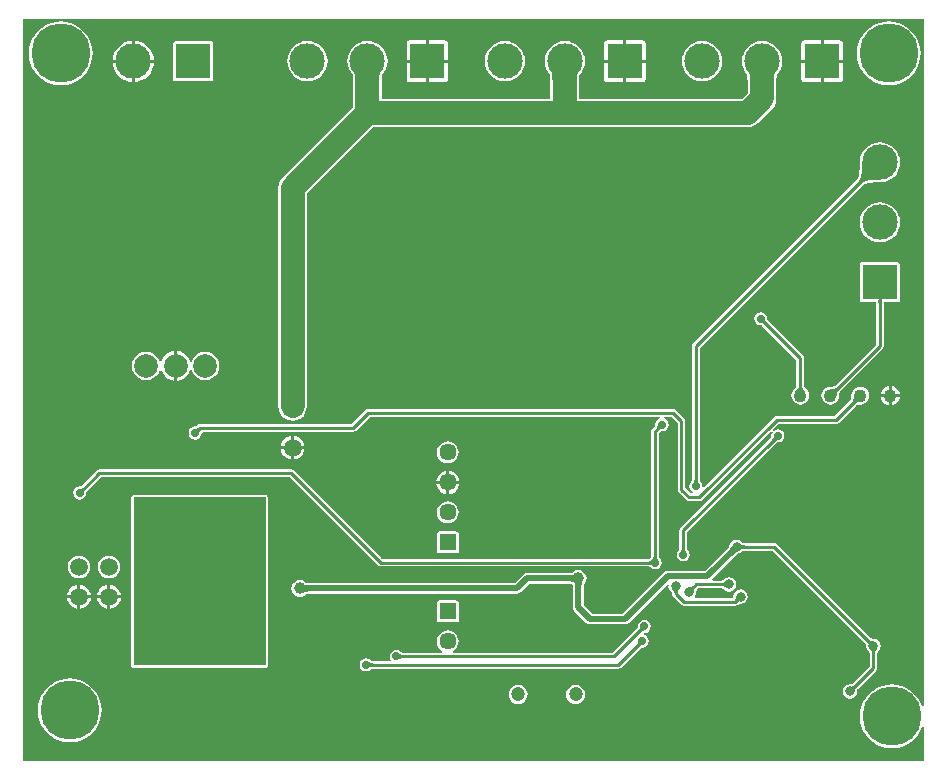
<source format=gbl>
G04 Layer_Physical_Order=2*
G04 Layer_Color=16711680*
%FSLAX25Y25*%
%MOIN*%
G70*
G01*
G75*
%ADD30C,0.07874*%
%ADD31C,0.00984*%
%ADD32C,0.01968*%
%ADD35R,0.11811X0.11811*%
%ADD36C,0.11811*%
%ADD37C,0.05709*%
%ADD38R,0.05709X0.05709*%
%ADD39C,0.05905*%
%ADD40R,0.05905X0.05905*%
%ADD41C,0.07874*%
%ADD42C,0.04724*%
%ADD43R,0.11811X0.11811*%
%ADD44C,0.04331*%
%ADD45C,0.19685*%
%ADD46C,0.02756*%
%ADD47C,0.03150*%
%ADD48C,0.03937*%
%ADD49R,0.44000X0.56000*%
G36*
X-1405Y18505D02*
X-1905Y18406D01*
X-2499Y19841D01*
X-3374Y21267D01*
X-4460Y22540D01*
X-5733Y23626D01*
X-7159Y24501D01*
X-8705Y25141D01*
X-10332Y25532D01*
X-12000Y25663D01*
X-13668Y25532D01*
X-15295Y25141D01*
X-16841Y24501D01*
X-18267Y23626D01*
X-19540Y22540D01*
X-20626Y21267D01*
X-21501Y19841D01*
X-22141Y18295D01*
X-22532Y16668D01*
X-22663Y15000D01*
X-22532Y13332D01*
X-22141Y11705D01*
X-21501Y10159D01*
X-20626Y8733D01*
X-19540Y7460D01*
X-18267Y6374D01*
X-16841Y5499D01*
X-15295Y4859D01*
X-13668Y4468D01*
X-12000Y4337D01*
X-10332Y4468D01*
X-8705Y4859D01*
X-7159Y5499D01*
X-5733Y6374D01*
X-4460Y7460D01*
X-3374Y8733D01*
X-2499Y10159D01*
X-1905Y11594D01*
X-1405Y11495D01*
Y0D01*
X-301745D01*
Y247595D01*
X-1405D01*
Y18505D01*
D02*
G37*
%LPC*%
G36*
X-159500Y96822D02*
Y93500D01*
X-156178D01*
X-156245Y94006D01*
X-156633Y94944D01*
X-157251Y95749D01*
X-158056Y96367D01*
X-158994Y96755D01*
X-159500Y96822D01*
D02*
G37*
G36*
X-160500D02*
X-161006Y96755D01*
X-161944Y96367D01*
X-162749Y95749D01*
X-163367Y94944D01*
X-163755Y94006D01*
X-163822Y93500D01*
X-160500D01*
Y96822D01*
D02*
G37*
G36*
X-212200Y104110D02*
X-215621D01*
X-215551Y103578D01*
X-215153Y102617D01*
X-214519Y101791D01*
X-213693Y101157D01*
X-212732Y100759D01*
X-212200Y100689D01*
Y104110D01*
D02*
G37*
G36*
X-160000Y106673D02*
X-160951Y106548D01*
X-161837Y106181D01*
X-162597Y105597D01*
X-163181Y104837D01*
X-163548Y103951D01*
X-163673Y103000D01*
X-163548Y102049D01*
X-163181Y101163D01*
X-162597Y100403D01*
X-161837Y99819D01*
X-160951Y99452D01*
X-160000Y99327D01*
X-159049Y99452D01*
X-158163Y99819D01*
X-157403Y100403D01*
X-156819Y101163D01*
X-156452Y102049D01*
X-156327Y103000D01*
X-156452Y103951D01*
X-156819Y104837D01*
X-157403Y105597D01*
X-158163Y106181D01*
X-159049Y106548D01*
X-160000Y106673D01*
D02*
G37*
G36*
Y86673D02*
X-160951Y86548D01*
X-161837Y86181D01*
X-162597Y85597D01*
X-163181Y84837D01*
X-163548Y83951D01*
X-163673Y83000D01*
X-163548Y82049D01*
X-163181Y81163D01*
X-162597Y80403D01*
X-161837Y79819D01*
X-160951Y79452D01*
X-160000Y79327D01*
X-159049Y79452D01*
X-158163Y79819D01*
X-157403Y80403D01*
X-156819Y81163D01*
X-156452Y82049D01*
X-156327Y83000D01*
X-156452Y83951D01*
X-156819Y84837D01*
X-157403Y85597D01*
X-158163Y86181D01*
X-159049Y86548D01*
X-160000Y86673D01*
D02*
G37*
G36*
X-157146Y76657D02*
X-162854D01*
X-163162Y76596D01*
X-163422Y76422D01*
X-163596Y76162D01*
X-163657Y75854D01*
Y70146D01*
X-163596Y69838D01*
X-163422Y69578D01*
X-163162Y69404D01*
X-162854Y69343D01*
X-157146D01*
X-156838Y69404D01*
X-156578Y69578D01*
X-156404Y69838D01*
X-156343Y70146D01*
Y75854D01*
X-156404Y76162D01*
X-156578Y76422D01*
X-156838Y76596D01*
X-157146Y76657D01*
D02*
G37*
G36*
X-156178Y92500D02*
X-159500D01*
Y89178D01*
X-158994Y89245D01*
X-158056Y89633D01*
X-157251Y90251D01*
X-156633Y91056D01*
X-156245Y91994D01*
X-156178Y92500D01*
D02*
G37*
G36*
X-160500D02*
X-163822D01*
X-163755Y91994D01*
X-163367Y91056D01*
X-162749Y90251D01*
X-161944Y89633D01*
X-161006Y89245D01*
X-160500Y89178D01*
Y92500D01*
D02*
G37*
G36*
X-55700Y149808D02*
X-56545Y149640D01*
X-57261Y149161D01*
X-57740Y148445D01*
X-57908Y147600D01*
X-57740Y146755D01*
X-57261Y146039D01*
X-56545Y145560D01*
X-55700Y145392D01*
X-55587Y145415D01*
X-55543Y145410D01*
X-55484Y145399D01*
X-55429Y145385D01*
X-55377Y145366D01*
X-55327Y145343D01*
X-55277Y145314D01*
X-55226Y145280D01*
X-55220Y145275D01*
X-43805Y133860D01*
Y125208D01*
X-43817Y125139D01*
X-43845Y125038D01*
X-43890Y124925D01*
X-43952Y124800D01*
X-44035Y124663D01*
X-44131Y124524D01*
X-44417Y124185D01*
X-44548Y124050D01*
X-44606Y124006D01*
X-45079Y123389D01*
X-45377Y122671D01*
X-45478Y121900D01*
X-45377Y121129D01*
X-45079Y120411D01*
X-44606Y119794D01*
X-43989Y119321D01*
X-43271Y119023D01*
X-42500Y118922D01*
X-41729Y119023D01*
X-41011Y119321D01*
X-40394Y119794D01*
X-39921Y120411D01*
X-39623Y121129D01*
X-39522Y121900D01*
X-39623Y122671D01*
X-39921Y123389D01*
X-40394Y124006D01*
X-40452Y124050D01*
X-40591Y124193D01*
X-40738Y124358D01*
X-40862Y124515D01*
X-40965Y124663D01*
X-41048Y124800D01*
X-41110Y124925D01*
X-41155Y125038D01*
X-41183Y125139D01*
X-41195Y125208D01*
Y134400D01*
X-41295Y134899D01*
X-41578Y135322D01*
X-53375Y147120D01*
X-53380Y147126D01*
X-53414Y147177D01*
X-53443Y147227D01*
X-53466Y147277D01*
X-53485Y147329D01*
X-53499Y147384D01*
X-53510Y147443D01*
X-53515Y147487D01*
X-53492Y147600D01*
X-53660Y148445D01*
X-54139Y149161D01*
X-54855Y149640D01*
X-55700Y149808D01*
D02*
G37*
G36*
X-9373Y121400D02*
X-12000D01*
Y118773D01*
X-11674Y118816D01*
X-10904Y119135D01*
X-10242Y119642D01*
X-9735Y120304D01*
X-9416Y121074D01*
X-9373Y121400D01*
D02*
G37*
G36*
X-12000Y125027D02*
Y122400D01*
X-9373D01*
X-9416Y122726D01*
X-9735Y123496D01*
X-10242Y124158D01*
X-10904Y124665D01*
X-11674Y124984D01*
X-12000Y125027D01*
D02*
G37*
G36*
X-13000D02*
X-13326Y124984D01*
X-14096Y124665D01*
X-14758Y124158D01*
X-15265Y123496D01*
X-15584Y122726D01*
X-15627Y122400D01*
X-13000D01*
Y125027D01*
D02*
G37*
G36*
X-212200Y108531D02*
X-212732Y108461D01*
X-213693Y108063D01*
X-214519Y107429D01*
X-215153Y106604D01*
X-215551Y105642D01*
X-215621Y105110D01*
X-212200D01*
Y108531D01*
D02*
G37*
G36*
X-207779Y104110D02*
X-211200D01*
Y100689D01*
X-210668Y100759D01*
X-209707Y101157D01*
X-208881Y101791D01*
X-208247Y102617D01*
X-207849Y103578D01*
X-207779Y104110D01*
D02*
G37*
G36*
X-13000Y121400D02*
X-15627D01*
X-15584Y121074D01*
X-15265Y120304D01*
X-14758Y119642D01*
X-14096Y119135D01*
X-13326Y118816D01*
X-13000Y118773D01*
Y121400D01*
D02*
G37*
G36*
X-211200Y108531D02*
Y105110D01*
X-207779D01*
X-207849Y105642D01*
X-208247Y106604D01*
X-208881Y107429D01*
X-209707Y108063D01*
X-210668Y108461D01*
X-211200Y108531D01*
D02*
G37*
G36*
X-272940Y68635D02*
X-273917Y68506D01*
X-274826Y68129D01*
X-275608Y67530D01*
X-276207Y66748D01*
X-276584Y65839D01*
X-276713Y64862D01*
X-276584Y63886D01*
X-276207Y62976D01*
X-275608Y62195D01*
X-274826Y61595D01*
X-273917Y61218D01*
X-272940Y61090D01*
X-271964Y61218D01*
X-271054Y61595D01*
X-270273Y62195D01*
X-269673Y62976D01*
X-269296Y63886D01*
X-269168Y64862D01*
X-269296Y65839D01*
X-269673Y66748D01*
X-270273Y67530D01*
X-271054Y68129D01*
X-271964Y68506D01*
X-272940Y68635D01*
D02*
G37*
G36*
X-94500Y47208D02*
X-95345Y47040D01*
X-96061Y46561D01*
X-96540Y45845D01*
X-96708Y45000D01*
X-96685Y44887D01*
X-96690Y44843D01*
X-96701Y44784D01*
X-96715Y44729D01*
X-96734Y44677D01*
X-96757Y44627D01*
X-96786Y44577D01*
X-96820Y44526D01*
X-96825Y44520D01*
X-105040Y36305D01*
X-158099D01*
X-158198Y36805D01*
X-158163Y36819D01*
X-157403Y37403D01*
X-156819Y38163D01*
X-156452Y39049D01*
X-156327Y40000D01*
X-156452Y40951D01*
X-156819Y41837D01*
X-157403Y42597D01*
X-158163Y43181D01*
X-159049Y43548D01*
X-160000Y43673D01*
X-160951Y43548D01*
X-161837Y43181D01*
X-162597Y42597D01*
X-163181Y41837D01*
X-163548Y40951D01*
X-163673Y40000D01*
X-163548Y39049D01*
X-163181Y38163D01*
X-162597Y37403D01*
X-161837Y36819D01*
X-161802Y36805D01*
X-161901Y36305D01*
X-175117D01*
X-175125Y36305D01*
X-175185Y36317D01*
X-175240Y36332D01*
X-175292Y36352D01*
X-175342Y36375D01*
X-175391Y36403D01*
X-175441Y36437D01*
X-175475Y36465D01*
X-175539Y36561D01*
X-176255Y37040D01*
X-177100Y37208D01*
X-177945Y37040D01*
X-178661Y36561D01*
X-179140Y35845D01*
X-179308Y35000D01*
X-179140Y34155D01*
X-179000Y33946D01*
X-179235Y33505D01*
X-185217D01*
X-185224Y33505D01*
X-185284Y33517D01*
X-185340Y33532D01*
X-185392Y33552D01*
X-185442Y33575D01*
X-185491Y33603D01*
X-185541Y33637D01*
X-185575Y33665D01*
X-185639Y33761D01*
X-186355Y34240D01*
X-187200Y34408D01*
X-188045Y34240D01*
X-188761Y33761D01*
X-189240Y33045D01*
X-189408Y32200D01*
X-189240Y31355D01*
X-188761Y30639D01*
X-188045Y30160D01*
X-187200Y29992D01*
X-186355Y30160D01*
X-185639Y30639D01*
X-185575Y30735D01*
X-185541Y30763D01*
X-185491Y30797D01*
X-185442Y30825D01*
X-185392Y30848D01*
X-185340Y30868D01*
X-185284Y30883D01*
X-185224Y30895D01*
X-185217Y30895D01*
X-103100D01*
X-102601Y30995D01*
X-102178Y31277D01*
X-95680Y37775D01*
X-95674Y37780D01*
X-95623Y37814D01*
X-95573Y37843D01*
X-95523Y37866D01*
X-95471Y37885D01*
X-95416Y37899D01*
X-95357Y37910D01*
X-95313Y37915D01*
X-95200Y37892D01*
X-94355Y38060D01*
X-93639Y38539D01*
X-93160Y39255D01*
X-92992Y40100D01*
X-93160Y40945D01*
X-93639Y41661D01*
X-94355Y42140D01*
X-94418Y42152D01*
X-94447Y42184D01*
X-94599Y42698D01*
X-94549Y42759D01*
X-94500Y42792D01*
X-93655Y42960D01*
X-92939Y43439D01*
X-92460Y44155D01*
X-92292Y45000D01*
X-92460Y45845D01*
X-92939Y46561D01*
X-93655Y47040D01*
X-94500Y47208D01*
D02*
G37*
G36*
X-220700Y88803D02*
X-264700D01*
X-265007Y88742D01*
X-265268Y88568D01*
X-265442Y88307D01*
X-265503Y88000D01*
Y32000D01*
X-265442Y31693D01*
X-265268Y31432D01*
X-265007Y31258D01*
X-264700Y31197D01*
X-220700D01*
X-220393Y31258D01*
X-220132Y31432D01*
X-219958Y31693D01*
X-219897Y32000D01*
Y88000D01*
X-219958Y88307D01*
X-220132Y88568D01*
X-220393Y88742D01*
X-220700Y88803D01*
D02*
G37*
G36*
X-283440Y54362D02*
X-286861D01*
X-286791Y53830D01*
X-286393Y52869D01*
X-285759Y52043D01*
X-284934Y51410D01*
X-283972Y51011D01*
X-283440Y50941D01*
Y54362D01*
D02*
G37*
G36*
X-157146Y53657D02*
X-162854D01*
X-163162Y53596D01*
X-163422Y53422D01*
X-163596Y53162D01*
X-163657Y52854D01*
Y47146D01*
X-163596Y46838D01*
X-163422Y46578D01*
X-163162Y46404D01*
X-162854Y46343D01*
X-157146D01*
X-156838Y46404D01*
X-156578Y46578D01*
X-156404Y46838D01*
X-156343Y47146D01*
Y52854D01*
X-156404Y53162D01*
X-156578Y53422D01*
X-156838Y53596D01*
X-157146Y53657D01*
D02*
G37*
G36*
X-136575Y25519D02*
X-137397Y25411D01*
X-138163Y25094D01*
X-138821Y24589D01*
X-139326Y23931D01*
X-139643Y23165D01*
X-139752Y22343D01*
X-139643Y21520D01*
X-139326Y20754D01*
X-138821Y20096D01*
X-138163Y19591D01*
X-137397Y19274D01*
X-136575Y19166D01*
X-135753Y19274D01*
X-134986Y19591D01*
X-134328Y20096D01*
X-133824Y20754D01*
X-133506Y21520D01*
X-133398Y22343D01*
X-133506Y23165D01*
X-133824Y23931D01*
X-134328Y24589D01*
X-134986Y25094D01*
X-135753Y25411D01*
X-136575Y25519D01*
D02*
G37*
G36*
X-286000Y27663D02*
X-287668Y27531D01*
X-289295Y27141D01*
X-290841Y26501D01*
X-292267Y25626D01*
X-293540Y24540D01*
X-294626Y23267D01*
X-295501Y21841D01*
X-296141Y20295D01*
X-296532Y18668D01*
X-296663Y17000D01*
X-296532Y15332D01*
X-296141Y13705D01*
X-295501Y12159D01*
X-294626Y10733D01*
X-293540Y9460D01*
X-292267Y8374D01*
X-290841Y7499D01*
X-289295Y6859D01*
X-287668Y6469D01*
X-286000Y6337D01*
X-284332Y6469D01*
X-282705Y6859D01*
X-281159Y7499D01*
X-279733Y8374D01*
X-278460Y9460D01*
X-277374Y10733D01*
X-276499Y12159D01*
X-275859Y13705D01*
X-275468Y15332D01*
X-275337Y17000D01*
X-275468Y18668D01*
X-275859Y20295D01*
X-276499Y21841D01*
X-277374Y23267D01*
X-278460Y24540D01*
X-279733Y25626D01*
X-281159Y26501D01*
X-282705Y27141D01*
X-284332Y27531D01*
X-286000Y27663D01*
D02*
G37*
G36*
X-63747Y73955D02*
X-64668Y73772D01*
X-65450Y73250D01*
X-65972Y72468D01*
X-66114Y71752D01*
X-66253Y71595D01*
X-74238Y63609D01*
X-86597D01*
X-87288Y63472D01*
X-87874Y63080D01*
X-101648Y49306D01*
X-111752D01*
X-114694Y52248D01*
Y58513D01*
X-114684Y58600D01*
X-114664Y58722D01*
X-114641Y58824D01*
X-114617Y58903D01*
X-114593Y58961D01*
X-114574Y58998D01*
X-114566Y59011D01*
X-114534Y59035D01*
X-114093Y59610D01*
X-113815Y60281D01*
X-113720Y61000D01*
X-113815Y61719D01*
X-114093Y62390D01*
X-114534Y62966D01*
X-115110Y63407D01*
X-115781Y63685D01*
X-116500Y63780D01*
X-117219Y63685D01*
X-117890Y63407D01*
X-118465Y62966D01*
X-118489Y62934D01*
X-118502Y62926D01*
X-118539Y62907D01*
X-118596Y62883D01*
X-118676Y62859D01*
X-118778Y62836D01*
X-118891Y62817D01*
X-119022Y62806D01*
X-133600D01*
X-134291Y62669D01*
X-134877Y62277D01*
X-137695Y59460D01*
X-206867D01*
X-206953Y59469D01*
X-207075Y59489D01*
X-207177Y59512D01*
X-207257Y59537D01*
X-207315Y59560D01*
X-207351Y59579D01*
X-207364Y59588D01*
X-207388Y59619D01*
X-207964Y60061D01*
X-208634Y60338D01*
X-209353Y60433D01*
X-210073Y60338D01*
X-210743Y60061D01*
X-211319Y59619D01*
X-211761Y59043D01*
X-212038Y58373D01*
X-212133Y57653D01*
X-212038Y56934D01*
X-211761Y56264D01*
X-211319Y55688D01*
X-210743Y55246D01*
X-210073Y54969D01*
X-209353Y54874D01*
X-208634Y54969D01*
X-207964Y55246D01*
X-207388Y55688D01*
X-207364Y55719D01*
X-207351Y55728D01*
X-207315Y55747D01*
X-207257Y55770D01*
X-207177Y55795D01*
X-207075Y55818D01*
X-206963Y55836D01*
X-206832Y55847D01*
X-136946D01*
X-136255Y55985D01*
X-135669Y56376D01*
X-132852Y59194D01*
X-118987D01*
X-118900Y59184D01*
X-118778Y59165D01*
X-118676Y59141D01*
X-118596Y59117D01*
X-118539Y59093D01*
X-118502Y59074D01*
X-118489Y59066D01*
X-118465Y59035D01*
X-118435Y59011D01*
X-118426Y58998D01*
X-118407Y58961D01*
X-118383Y58903D01*
X-118359Y58824D01*
X-118335Y58722D01*
X-118317Y58609D01*
X-118306Y58478D01*
Y51500D01*
X-118169Y50809D01*
X-117777Y50223D01*
X-113777Y46223D01*
X-113191Y45831D01*
X-112500Y45694D01*
X-100900D01*
X-100209Y45831D01*
X-99623Y46223D01*
X-86872Y58973D01*
X-86411Y58727D01*
X-86465Y58457D01*
X-86282Y57535D01*
X-85760Y56754D01*
X-85627Y56665D01*
X-85615Y56653D01*
X-85554Y56581D01*
X-85503Y56512D01*
X-85461Y56445D01*
X-85427Y56378D01*
X-85401Y56312D01*
X-85380Y56243D01*
X-85365Y56172D01*
X-85361Y56143D01*
Y55957D01*
X-85262Y55457D01*
X-84979Y55034D01*
X-82222Y52277D01*
X-81799Y51995D01*
X-81300Y51895D01*
X-64100D01*
X-63601Y51995D01*
X-63178Y52277D01*
X-63061Y52394D01*
X-63040Y52411D01*
X-62977Y52456D01*
X-62921Y52488D01*
X-62873Y52512D01*
X-62831Y52527D01*
X-62794Y52536D01*
X-62761Y52541D01*
X-62728Y52542D01*
X-62652Y52536D01*
X-62636Y52539D01*
X-62400Y52491D01*
X-61478Y52675D01*
X-60697Y53197D01*
X-60175Y53978D01*
X-59992Y54900D01*
X-60175Y55822D01*
X-60697Y56603D01*
X-61478Y57125D01*
X-62400Y57309D01*
X-63322Y57125D01*
X-64103Y56603D01*
X-64625Y55822D01*
X-64808Y54900D01*
X-65197Y54518D01*
X-65241Y54505D01*
X-77553D01*
X-77725Y55005D01*
X-77275Y55678D01*
X-77091Y56600D01*
X-77120Y56741D01*
X-77111Y56847D01*
X-77096Y56943D01*
X-77075Y57029D01*
X-77050Y57107D01*
X-77021Y57177D01*
X-76988Y57240D01*
X-76951Y57300D01*
X-76934Y57321D01*
X-76560Y57695D01*
X-68624D01*
X-68598Y57692D01*
X-68529Y57677D01*
X-68460Y57655D01*
X-68390Y57626D01*
X-68318Y57589D01*
X-68243Y57542D01*
X-68164Y57485D01*
X-68083Y57417D01*
X-68003Y57297D01*
X-67222Y56775D01*
X-66300Y56591D01*
X-65378Y56775D01*
X-64597Y57297D01*
X-64075Y58078D01*
X-63892Y59000D01*
X-64075Y59922D01*
X-64597Y60703D01*
X-65378Y61225D01*
X-66300Y61409D01*
X-67222Y61225D01*
X-68003Y60703D01*
X-68083Y60583D01*
X-68164Y60515D01*
X-68243Y60458D01*
X-68318Y60411D01*
X-68390Y60374D01*
X-68460Y60345D01*
X-68529Y60323D01*
X-68598Y60308D01*
X-68624Y60305D01*
X-71727D01*
X-71934Y60805D01*
X-63606Y69132D01*
X-63555Y69176D01*
X-62825Y69321D01*
X-62043Y69843D01*
X-61963Y69963D01*
X-61882Y70031D01*
X-61804Y70089D01*
X-61728Y70135D01*
X-61656Y70173D01*
X-61586Y70202D01*
X-61517Y70223D01*
X-61456Y70237D01*
X-61381Y70242D01*
X-51687D01*
X-20666Y39221D01*
X-20650Y39200D01*
X-20612Y39140D01*
X-20579Y39077D01*
X-20550Y39007D01*
X-20525Y38929D01*
X-20504Y38843D01*
X-20489Y38747D01*
X-20480Y38641D01*
X-20508Y38500D01*
X-20325Y37578D01*
X-19803Y36797D01*
X-19683Y36717D01*
X-19615Y36636D01*
X-19558Y36557D01*
X-19511Y36482D01*
X-19474Y36410D01*
X-19445Y36340D01*
X-19423Y36271D01*
X-19408Y36202D01*
X-19405Y36176D01*
Y31740D01*
X-25226Y25919D01*
X-25247Y25903D01*
X-25306Y25865D01*
X-25370Y25832D01*
X-25440Y25803D01*
X-25517Y25778D01*
X-25604Y25758D01*
X-25699Y25743D01*
X-25805Y25734D01*
X-25947Y25762D01*
X-26868Y25579D01*
X-27650Y25057D01*
X-28172Y24275D01*
X-28355Y23354D01*
X-28172Y22432D01*
X-27650Y21651D01*
X-26868Y21128D01*
X-25947Y20945D01*
X-25025Y21128D01*
X-24243Y21651D01*
X-23721Y22432D01*
X-23538Y23354D01*
X-23566Y23495D01*
X-23557Y23601D01*
X-23542Y23697D01*
X-23522Y23783D01*
X-23497Y23860D01*
X-23468Y23930D01*
X-23435Y23994D01*
X-23397Y24053D01*
X-23381Y24074D01*
X-17177Y30277D01*
X-16895Y30701D01*
X-16795Y31200D01*
Y36176D01*
X-16792Y36202D01*
X-16777Y36271D01*
X-16755Y36340D01*
X-16726Y36410D01*
X-16689Y36482D01*
X-16642Y36557D01*
X-16585Y36636D01*
X-16517Y36717D01*
X-16397Y36797D01*
X-15875Y37578D01*
X-15691Y38500D01*
X-15875Y39422D01*
X-16397Y40203D01*
X-17178Y40725D01*
X-18100Y40909D01*
X-18241Y40880D01*
X-18347Y40889D01*
X-18443Y40905D01*
X-18529Y40925D01*
X-18607Y40950D01*
X-18677Y40979D01*
X-18741Y41012D01*
X-18800Y41050D01*
X-18821Y41066D01*
X-50224Y72469D01*
X-50647Y72752D01*
X-51147Y72851D01*
X-61423D01*
X-61449Y72854D01*
X-61517Y72870D01*
X-61586Y72891D01*
X-61656Y72920D01*
X-61728Y72957D01*
X-61804Y73004D01*
X-61882Y73061D01*
X-61963Y73130D01*
X-62043Y73250D01*
X-62825Y73772D01*
X-63747Y73955D01*
D02*
G37*
G36*
X-117362Y25519D02*
X-118184Y25411D01*
X-118951Y25094D01*
X-119608Y24589D01*
X-120113Y23931D01*
X-120431Y23165D01*
X-120539Y22343D01*
X-120431Y21520D01*
X-120113Y20754D01*
X-119608Y20096D01*
X-118951Y19591D01*
X-118184Y19274D01*
X-117362Y19166D01*
X-116540Y19274D01*
X-115774Y19591D01*
X-115116Y20096D01*
X-114611Y20754D01*
X-114294Y21520D01*
X-114185Y22343D01*
X-114294Y23165D01*
X-114611Y23931D01*
X-115116Y24589D01*
X-115774Y25094D01*
X-116540Y25411D01*
X-117362Y25519D01*
D02*
G37*
G36*
X-282440Y58783D02*
Y55362D01*
X-279019D01*
X-279089Y55894D01*
X-279487Y56856D01*
X-280121Y57681D01*
X-280947Y58315D01*
X-281908Y58713D01*
X-282440Y58783D01*
D02*
G37*
G36*
X-273440D02*
X-273972Y58713D01*
X-274934Y58315D01*
X-275759Y57681D01*
X-276393Y56856D01*
X-276791Y55894D01*
X-276861Y55362D01*
X-273440D01*
Y58783D01*
D02*
G37*
G36*
X-282940Y68635D02*
X-283916Y68506D01*
X-284826Y68129D01*
X-285608Y67530D01*
X-286207Y66748D01*
X-286584Y65839D01*
X-286713Y64862D01*
X-286584Y63886D01*
X-286207Y62976D01*
X-285608Y62195D01*
X-284826Y61595D01*
X-283916Y61218D01*
X-282940Y61090D01*
X-281964Y61218D01*
X-281054Y61595D01*
X-280273Y62195D01*
X-279673Y62976D01*
X-279296Y63886D01*
X-279168Y64862D01*
X-279296Y65839D01*
X-279673Y66748D01*
X-280273Y67530D01*
X-281054Y68129D01*
X-281964Y68506D01*
X-282940Y68635D01*
D02*
G37*
G36*
X-272440Y58783D02*
Y55362D01*
X-269019D01*
X-269089Y55894D01*
X-269487Y56856D01*
X-270121Y57681D01*
X-270947Y58315D01*
X-271908Y58713D01*
X-272440Y58783D01*
D02*
G37*
G36*
X-279019Y54362D02*
X-282440D01*
Y50941D01*
X-281908Y51011D01*
X-280947Y51410D01*
X-280121Y52043D01*
X-279487Y52869D01*
X-279089Y53830D01*
X-279019Y54362D01*
D02*
G37*
G36*
X-273440D02*
X-276861D01*
X-276791Y53830D01*
X-276393Y52869D01*
X-275759Y52043D01*
X-274934Y51410D01*
X-273972Y51011D01*
X-273440Y50941D01*
Y54362D01*
D02*
G37*
G36*
X-283440Y58783D02*
X-283972Y58713D01*
X-284934Y58315D01*
X-285759Y57681D01*
X-286393Y56856D01*
X-286791Y55894D01*
X-286861Y55362D01*
X-283440D01*
Y58783D01*
D02*
G37*
G36*
X-269019Y54362D02*
X-272440D01*
Y50941D01*
X-271908Y51011D01*
X-270947Y51410D01*
X-270121Y52043D01*
X-269487Y52869D01*
X-269089Y53830D01*
X-269019Y54362D01*
D02*
G37*
G36*
X-257953Y232900D02*
X-264343D01*
Y226510D01*
X-263489Y226594D01*
X-262187Y226989D01*
X-260987Y227630D01*
X-259936Y228493D01*
X-259073Y229545D01*
X-258432Y230745D01*
X-258037Y232046D01*
X-257953Y232900D01*
D02*
G37*
G36*
X-28275D02*
X-34700D01*
Y226475D01*
X-29294D01*
X-28904Y226553D01*
X-28574Y226774D01*
X-28352Y227104D01*
X-28275Y227495D01*
Y232900D01*
D02*
G37*
G36*
X-265343D02*
X-271732D01*
X-271648Y232046D01*
X-271253Y230745D01*
X-270612Y229545D01*
X-269749Y228493D01*
X-268698Y227630D01*
X-267498Y226989D01*
X-266196Y226594D01*
X-265343Y226510D01*
Y232900D01*
D02*
G37*
G36*
X-141000Y240125D02*
X-142312Y239996D01*
X-143574Y239613D01*
X-144736Y238992D01*
X-145756Y238156D01*
X-146592Y237136D01*
X-147213Y235974D01*
X-147596Y234712D01*
X-147725Y233400D01*
X-147596Y232088D01*
X-147213Y230826D01*
X-146592Y229664D01*
X-145756Y228644D01*
X-144736Y227808D01*
X-143574Y227187D01*
X-142312Y226804D01*
X-141000Y226675D01*
X-139688Y226804D01*
X-138426Y227187D01*
X-137264Y227808D01*
X-136244Y228644D01*
X-135408Y229664D01*
X-134787Y230826D01*
X-134404Y232088D01*
X-134275Y233400D01*
X-134404Y234712D01*
X-134787Y235974D01*
X-135408Y237136D01*
X-136244Y238156D01*
X-137264Y238992D01*
X-138426Y239613D01*
X-139688Y239996D01*
X-141000Y240125D01*
D02*
G37*
G36*
X-206800D02*
X-208112Y239996D01*
X-209374Y239613D01*
X-210536Y238992D01*
X-211556Y238156D01*
X-212392Y237136D01*
X-213013Y235974D01*
X-213396Y234712D01*
X-213525Y233400D01*
X-213396Y232088D01*
X-213013Y230826D01*
X-212392Y229664D01*
X-211556Y228644D01*
X-210536Y227808D01*
X-209374Y227187D01*
X-208112Y226804D01*
X-206800Y226675D01*
X-205488Y226804D01*
X-204226Y227187D01*
X-203064Y227808D01*
X-202045Y228644D01*
X-201208Y229664D01*
X-200587Y230826D01*
X-200204Y232088D01*
X-200075Y233400D01*
X-200204Y234712D01*
X-200587Y235974D01*
X-201208Y237136D01*
X-202045Y238156D01*
X-203064Y238992D01*
X-204226Y239613D01*
X-205488Y239996D01*
X-206800Y240125D01*
D02*
G37*
G36*
X-159875Y232900D02*
X-166300D01*
Y226475D01*
X-160895D01*
X-160504Y226553D01*
X-160173Y226774D01*
X-159952Y227104D01*
X-159875Y227495D01*
Y232900D01*
D02*
G37*
G36*
X-167300D02*
X-173725D01*
Y227495D01*
X-173647Y227104D01*
X-173426Y226774D01*
X-173096Y226553D01*
X-172705Y226475D01*
X-167300D01*
Y232900D01*
D02*
G37*
G36*
X-101500D02*
X-107925D01*
Y227495D01*
X-107847Y227104D01*
X-107626Y226774D01*
X-107296Y226553D01*
X-106905Y226475D01*
X-101500D01*
Y232900D01*
D02*
G37*
G36*
X-35700D02*
X-42125D01*
Y227495D01*
X-42048Y227104D01*
X-41827Y226774D01*
X-41496Y226553D01*
X-41105Y226475D01*
X-35700D01*
Y232900D01*
D02*
G37*
G36*
X-94075D02*
X-100500D01*
Y226475D01*
X-95095D01*
X-94704Y226553D01*
X-94374Y226774D01*
X-94152Y227104D01*
X-94075Y227495D01*
Y232900D01*
D02*
G37*
G36*
X-264343Y240290D02*
Y233900D01*
X-257953D01*
X-258037Y234754D01*
X-258432Y236055D01*
X-259073Y237255D01*
X-259936Y238307D01*
X-260987Y239170D01*
X-262187Y239811D01*
X-263489Y240206D01*
X-264343Y240290D01*
D02*
G37*
G36*
X-265343Y240290D02*
X-266196Y240206D01*
X-267498Y239811D01*
X-268698Y239170D01*
X-269749Y238307D01*
X-270612Y237255D01*
X-271253Y236055D01*
X-271648Y234754D01*
X-271732Y233900D01*
X-265343D01*
Y240290D01*
D02*
G37*
G36*
X-160895Y240325D02*
X-166300D01*
Y233900D01*
X-159875D01*
Y239305D01*
X-159952Y239696D01*
X-160173Y240026D01*
X-160504Y240248D01*
X-160895Y240325D01*
D02*
G37*
G36*
X-29294D02*
X-34700D01*
Y233900D01*
X-28275D01*
Y239305D01*
X-28352Y239696D01*
X-28574Y240026D01*
X-28904Y240248D01*
X-29294Y240325D01*
D02*
G37*
G36*
X-95095D02*
X-100500D01*
Y233900D01*
X-94075D01*
Y239305D01*
X-94152Y239696D01*
X-94374Y240026D01*
X-94704Y240248D01*
X-95095Y240325D01*
D02*
G37*
G36*
X-238937Y240108D02*
X-250748D01*
X-251055Y240047D01*
X-251316Y239873D01*
X-251490Y239613D01*
X-251551Y239305D01*
Y227495D01*
X-251490Y227187D01*
X-251316Y226927D01*
X-251055Y226753D01*
X-250748Y226692D01*
X-238937D01*
X-238630Y226753D01*
X-238369Y226927D01*
X-238195Y227187D01*
X-238134Y227495D01*
Y239305D01*
X-238195Y239613D01*
X-238369Y239873D01*
X-238630Y240047D01*
X-238937Y240108D01*
D02*
G37*
G36*
X-75200Y240125D02*
X-76512Y239996D01*
X-77774Y239613D01*
X-78936Y238992D01*
X-79956Y238156D01*
X-80792Y237136D01*
X-81413Y235974D01*
X-81796Y234712D01*
X-81925Y233400D01*
X-81796Y232088D01*
X-81413Y230826D01*
X-80792Y229664D01*
X-79956Y228644D01*
X-78936Y227808D01*
X-77774Y227187D01*
X-76512Y226804D01*
X-75200Y226675D01*
X-73888Y226804D01*
X-72626Y227187D01*
X-71464Y227808D01*
X-70445Y228644D01*
X-69608Y229664D01*
X-68987Y230826D01*
X-68604Y232088D01*
X-68475Y233400D01*
X-68604Y234712D01*
X-68987Y235974D01*
X-69608Y237136D01*
X-70445Y238156D01*
X-71464Y238992D01*
X-72626Y239613D01*
X-73888Y239996D01*
X-75200Y240125D01*
D02*
G37*
G36*
X-167300Y240325D02*
X-172705D01*
X-173096Y240248D01*
X-173426Y240026D01*
X-173647Y239696D01*
X-173725Y239305D01*
Y233900D01*
X-167300D01*
Y240325D01*
D02*
G37*
G36*
X-35700D02*
X-41105D01*
X-41496Y240248D01*
X-41827Y240026D01*
X-42048Y239696D01*
X-42125Y239305D01*
Y233900D01*
X-35700D01*
Y240325D01*
D02*
G37*
G36*
X-101500D02*
X-106905D01*
X-107296Y240248D01*
X-107626Y240026D01*
X-107847Y239696D01*
X-107925Y239305D01*
Y233900D01*
X-101500D01*
Y240325D01*
D02*
G37*
G36*
X-251200Y136764D02*
X-251989Y136660D01*
X-253190Y136163D01*
X-254221Y135371D01*
X-255012Y134340D01*
X-255478Y133217D01*
X-255775Y133184D01*
X-255996Y133221D01*
X-256416Y134233D01*
X-257173Y135220D01*
X-258160Y135977D01*
X-259309Y136453D01*
X-260542Y136616D01*
X-261776Y136453D01*
X-262925Y135977D01*
X-263912Y135220D01*
X-264669Y134233D01*
X-265145Y133084D01*
X-265308Y131850D01*
X-265145Y130617D01*
X-264669Y129468D01*
X-263912Y128481D01*
X-262925Y127724D01*
X-261776Y127248D01*
X-260542Y127085D01*
X-259309Y127248D01*
X-258160Y127724D01*
X-257173Y128481D01*
X-256416Y129468D01*
X-255996Y130480D01*
X-255775Y130517D01*
X-255478Y130484D01*
X-255012Y129361D01*
X-254221Y128329D01*
X-253190Y127538D01*
X-251989Y127041D01*
X-251200Y126937D01*
Y131850D01*
Y136764D01*
D02*
G37*
G36*
X-16000Y206425D02*
X-17312Y206296D01*
X-18574Y205913D01*
X-19736Y205292D01*
X-20755Y204455D01*
X-21592Y203436D01*
X-22213Y202274D01*
X-22596Y201012D01*
X-22725Y199700D01*
X-22710Y199541D01*
X-22736Y197797D01*
X-22856Y196283D01*
X-22948Y195668D01*
X-23060Y195134D01*
X-23188Y194694D01*
X-23325Y194349D01*
X-23462Y194105D01*
X-23554Y193991D01*
X-78223Y139322D01*
X-78505Y138899D01*
X-78605Y138400D01*
Y93683D01*
X-78605Y93676D01*
X-78617Y93616D01*
X-78632Y93560D01*
X-78652Y93508D01*
X-78675Y93458D01*
X-78703Y93409D01*
X-78737Y93359D01*
X-78765Y93325D01*
X-78861Y93261D01*
X-79340Y92545D01*
X-79508Y91700D01*
X-79340Y90855D01*
X-78861Y90139D01*
X-78406Y89835D01*
X-78551Y89372D01*
X-78979Y89324D01*
X-80795Y91140D01*
Y113400D01*
X-80895Y113899D01*
X-81178Y114322D01*
X-83978Y117122D01*
X-84401Y117405D01*
X-84900Y117505D01*
X-186500D01*
X-186999Y117405D01*
X-187423Y117122D01*
X-192040Y112505D01*
X-242500D01*
X-242999Y112405D01*
X-243423Y112122D01*
X-243720Y111825D01*
X-243726Y111820D01*
X-243777Y111786D01*
X-243827Y111757D01*
X-243877Y111734D01*
X-243929Y111715D01*
X-243984Y111701D01*
X-244043Y111690D01*
X-244087Y111685D01*
X-244200Y111708D01*
X-245045Y111540D01*
X-245761Y111061D01*
X-246240Y110345D01*
X-246408Y109500D01*
X-246240Y108655D01*
X-245761Y107939D01*
X-245045Y107460D01*
X-244200Y107292D01*
X-243355Y107460D01*
X-242639Y107939D01*
X-242160Y108655D01*
X-241992Y109500D01*
X-241648Y109895D01*
X-191500D01*
X-191001Y109995D01*
X-190577Y110277D01*
X-185960Y114895D01*
X-89214D01*
X-89165Y114395D01*
X-89445Y114340D01*
X-90161Y113861D01*
X-90640Y113145D01*
X-90808Y112300D01*
X-90785Y112187D01*
X-90790Y112143D01*
X-90801Y112084D01*
X-90815Y112029D01*
X-90834Y111977D01*
X-90857Y111927D01*
X-90886Y111877D01*
X-90920Y111826D01*
X-90925Y111820D01*
X-91822Y110923D01*
X-92105Y110499D01*
X-92205Y110000D01*
Y68283D01*
X-92205Y68275D01*
X-92217Y68216D01*
X-92232Y68160D01*
X-92252Y68108D01*
X-92275Y68058D01*
X-92303Y68009D01*
X-92337Y67959D01*
X-92365Y67925D01*
X-92461Y67861D01*
X-92525Y67765D01*
X-92559Y67737D01*
X-92609Y67703D01*
X-92658Y67675D01*
X-92708Y67652D01*
X-92760Y67632D01*
X-92816Y67617D01*
X-92875Y67605D01*
X-92883Y67605D01*
X-181760D01*
X-211177Y97022D01*
X-211601Y97305D01*
X-212100Y97405D01*
X-276100D01*
X-276599Y97305D01*
X-277023Y97022D01*
X-282220Y91825D01*
X-282226Y91820D01*
X-282277Y91786D01*
X-282327Y91757D01*
X-282377Y91734D01*
X-282429Y91715D01*
X-282484Y91701D01*
X-282543Y91690D01*
X-282587Y91685D01*
X-282700Y91708D01*
X-283545Y91540D01*
X-284261Y91061D01*
X-284740Y90345D01*
X-284908Y89500D01*
X-284740Y88655D01*
X-284261Y87939D01*
X-283545Y87460D01*
X-282700Y87292D01*
X-281855Y87460D01*
X-281139Y87939D01*
X-280660Y88655D01*
X-280492Y89500D01*
X-280515Y89613D01*
X-280510Y89657D01*
X-280499Y89716D01*
X-280485Y89771D01*
X-280466Y89823D01*
X-280443Y89873D01*
X-280414Y89923D01*
X-280380Y89974D01*
X-280375Y89980D01*
X-275560Y94795D01*
X-212640D01*
X-183222Y65377D01*
X-182799Y65095D01*
X-182300Y64995D01*
X-92883D01*
X-92875Y64995D01*
X-92816Y64983D01*
X-92760Y64968D01*
X-92708Y64948D01*
X-92658Y64925D01*
X-92609Y64897D01*
X-92559Y64863D01*
X-92525Y64835D01*
X-92461Y64739D01*
X-91745Y64260D01*
X-90900Y64092D01*
X-90055Y64260D01*
X-89339Y64739D01*
X-88860Y65455D01*
X-88692Y66300D01*
X-88860Y67145D01*
X-89339Y67861D01*
X-89435Y67925D01*
X-89463Y67959D01*
X-89497Y68009D01*
X-89525Y68058D01*
X-89548Y68108D01*
X-89568Y68160D01*
X-89583Y68216D01*
X-89595Y68275D01*
X-89595Y68283D01*
Y109460D01*
X-89080Y109975D01*
X-89074Y109980D01*
X-89023Y110014D01*
X-88973Y110043D01*
X-88923Y110066D01*
X-88871Y110085D01*
X-88816Y110099D01*
X-88757Y110110D01*
X-88713Y110115D01*
X-88600Y110092D01*
X-87755Y110260D01*
X-87039Y110739D01*
X-86560Y111455D01*
X-86392Y112300D01*
X-86560Y113145D01*
X-87039Y113861D01*
X-87755Y114340D01*
X-88035Y114395D01*
X-87986Y114895D01*
X-85440D01*
X-83405Y112860D01*
Y90600D01*
X-83305Y90101D01*
X-83022Y89678D01*
X-80423Y87077D01*
X-79999Y86795D01*
X-79500Y86695D01*
X-76100D01*
X-75601Y86795D01*
X-75178Y87077D01*
X-52065Y110190D01*
X-51677Y109871D01*
X-52006Y109379D01*
X-52174Y108534D01*
X-52151Y108421D01*
X-52156Y108377D01*
X-52167Y108318D01*
X-52182Y108263D01*
X-52200Y108211D01*
X-52223Y108161D01*
X-52252Y108111D01*
X-52286Y108060D01*
X-52291Y108054D01*
X-82423Y77922D01*
X-82705Y77499D01*
X-82805Y77000D01*
Y70883D01*
X-82805Y70876D01*
X-82817Y70815D01*
X-82832Y70760D01*
X-82852Y70708D01*
X-82875Y70658D01*
X-82903Y70609D01*
X-82937Y70559D01*
X-82965Y70525D01*
X-83061Y70461D01*
X-83540Y69745D01*
X-83708Y68900D01*
X-83540Y68055D01*
X-83061Y67339D01*
X-82345Y66860D01*
X-81500Y66692D01*
X-80655Y66860D01*
X-79939Y67339D01*
X-79460Y68055D01*
X-79292Y68900D01*
X-79460Y69745D01*
X-79939Y70461D01*
X-80035Y70525D01*
X-80063Y70559D01*
X-80097Y70609D01*
X-80125Y70658D01*
X-80148Y70708D01*
X-80168Y70760D01*
X-80183Y70815D01*
X-80195Y70876D01*
X-80195Y70883D01*
Y76460D01*
X-50446Y106209D01*
X-50440Y106214D01*
X-50389Y106248D01*
X-50339Y106277D01*
X-50289Y106300D01*
X-50237Y106318D01*
X-50182Y106333D01*
X-50123Y106344D01*
X-50080Y106349D01*
X-49966Y106326D01*
X-49121Y106494D01*
X-48405Y106973D01*
X-47926Y107689D01*
X-47758Y108534D01*
X-47926Y109379D01*
X-48405Y110095D01*
X-49121Y110574D01*
X-49966Y110742D01*
X-50811Y110574D01*
X-51303Y110245D01*
X-51622Y110633D01*
X-49760Y112495D01*
X-30600D01*
X-30101Y112595D01*
X-29678Y112878D01*
X-23916Y118639D01*
X-23859Y118679D01*
X-23768Y118730D01*
X-23656Y118778D01*
X-23524Y118823D01*
X-23368Y118861D01*
X-23202Y118891D01*
X-22761Y118929D01*
X-22572Y118931D01*
X-22500Y118922D01*
X-21729Y119023D01*
X-21011Y119321D01*
X-20394Y119794D01*
X-19921Y120411D01*
X-19623Y121129D01*
X-19522Y121900D01*
X-19623Y122671D01*
X-19921Y123389D01*
X-20394Y124006D01*
X-21011Y124479D01*
X-21729Y124777D01*
X-22500Y124878D01*
X-23271Y124777D01*
X-23989Y124479D01*
X-24606Y124006D01*
X-25079Y123389D01*
X-25377Y122671D01*
X-25478Y121900D01*
X-25469Y121828D01*
X-25471Y121629D01*
X-25484Y121408D01*
X-25507Y121209D01*
X-25539Y121031D01*
X-25578Y120877D01*
X-25622Y120744D01*
X-25670Y120632D01*
X-25721Y120541D01*
X-25761Y120484D01*
X-31140Y115105D01*
X-50300D01*
X-50799Y115005D01*
X-51222Y114723D01*
X-74666Y91279D01*
X-75127Y91525D01*
X-75092Y91700D01*
X-75260Y92545D01*
X-75739Y93261D01*
X-75835Y93325D01*
X-75863Y93359D01*
X-75897Y93409D01*
X-75925Y93458D01*
X-75948Y93508D01*
X-75968Y93560D01*
X-75983Y93616D01*
X-75995Y93676D01*
X-75995Y93683D01*
Y137860D01*
X-21709Y192146D01*
X-21596Y192238D01*
X-21351Y192375D01*
X-21007Y192512D01*
X-20566Y192640D01*
X-20032Y192752D01*
X-19424Y192842D01*
X-17014Y192990D01*
X-16173Y192992D01*
X-16000Y192975D01*
X-14688Y193104D01*
X-13426Y193487D01*
X-12264Y194108D01*
X-11244Y194945D01*
X-10408Y195964D01*
X-9787Y197126D01*
X-9404Y198388D01*
X-9275Y199700D01*
X-9404Y201012D01*
X-9787Y202274D01*
X-10408Y203436D01*
X-11244Y204455D01*
X-12264Y205292D01*
X-13426Y205913D01*
X-14688Y206296D01*
X-16000Y206425D01*
D02*
G37*
G36*
X-55200Y240125D02*
X-56512Y239996D01*
X-57774Y239613D01*
X-58936Y238992D01*
X-59956Y238156D01*
X-60792Y237136D01*
X-61413Y235974D01*
X-61796Y234712D01*
X-61925Y233400D01*
X-61796Y232088D01*
X-61413Y230826D01*
X-60792Y229664D01*
X-60120Y228845D01*
X-59965Y225914D01*
Y222974D01*
X-61974Y220965D01*
X-116235D01*
Y227121D01*
X-116212Y228114D01*
X-116168Y228678D01*
X-116158Y228750D01*
X-115408Y229664D01*
X-114787Y230826D01*
X-114404Y232088D01*
X-114275Y233400D01*
X-114404Y234712D01*
X-114787Y235974D01*
X-115408Y237136D01*
X-116244Y238156D01*
X-117264Y238992D01*
X-118426Y239613D01*
X-119688Y239996D01*
X-121000Y240125D01*
X-122312Y239996D01*
X-123574Y239613D01*
X-124736Y238992D01*
X-125756Y238156D01*
X-126592Y237136D01*
X-127213Y235974D01*
X-127596Y234712D01*
X-127725Y233400D01*
X-127596Y232088D01*
X-127213Y230826D01*
X-126592Y229664D01*
X-125920Y228845D01*
X-125765Y225914D01*
Y220965D01*
X-182035D01*
Y227121D01*
X-182012Y228114D01*
X-181968Y228678D01*
X-181958Y228750D01*
X-181208Y229664D01*
X-180587Y230826D01*
X-180204Y232088D01*
X-180075Y233400D01*
X-180204Y234712D01*
X-180587Y235974D01*
X-181208Y237136D01*
X-182044Y238156D01*
X-183064Y238992D01*
X-184226Y239613D01*
X-185488Y239996D01*
X-186800Y240125D01*
X-188112Y239996D01*
X-189374Y239613D01*
X-190536Y238992D01*
X-191556Y238156D01*
X-192392Y237136D01*
X-193013Y235974D01*
X-193396Y234712D01*
X-193525Y233400D01*
X-193396Y232088D01*
X-193013Y230826D01*
X-192392Y229664D01*
X-191720Y228845D01*
X-191565Y225914D01*
Y218174D01*
X-215070Y194669D01*
X-215827Y193683D01*
X-216303Y192533D01*
X-216465Y191300D01*
Y118390D01*
X-216303Y117156D01*
X-215827Y116007D01*
X-215456Y115523D01*
Y115437D01*
X-215394Y115130D01*
X-215220Y114869D01*
X-214960Y114695D01*
X-214653Y114634D01*
X-214566D01*
X-214083Y114263D01*
X-212933Y113787D01*
X-211700Y113625D01*
X-210467Y113787D01*
X-209317Y114263D01*
X-208834Y114634D01*
X-208747D01*
X-208440Y114695D01*
X-208180Y114869D01*
X-208005Y115130D01*
X-207944Y115437D01*
Y115523D01*
X-207573Y116007D01*
X-207097Y117156D01*
X-206935Y118390D01*
Y189326D01*
X-184826Y211435D01*
X-60000D01*
X-58767Y211597D01*
X-57617Y212073D01*
X-56630Y212830D01*
X-51831Y217631D01*
X-51073Y218617D01*
X-50597Y219767D01*
X-50435Y221000D01*
Y227121D01*
X-50412Y228114D01*
X-50368Y228678D01*
X-50358Y228750D01*
X-49608Y229664D01*
X-48987Y230826D01*
X-48604Y232088D01*
X-48475Y233400D01*
X-48604Y234712D01*
X-48987Y235974D01*
X-49608Y237136D01*
X-50445Y238156D01*
X-51464Y238992D01*
X-52626Y239613D01*
X-53888Y239996D01*
X-55200Y240125D01*
D02*
G37*
G36*
X-13000Y246663D02*
X-14668Y246532D01*
X-16295Y246141D01*
X-17841Y245501D01*
X-19267Y244626D01*
X-20540Y243540D01*
X-21626Y242267D01*
X-22501Y240841D01*
X-23141Y239295D01*
X-23531Y237668D01*
X-23663Y236000D01*
X-23531Y234332D01*
X-23141Y232705D01*
X-22501Y231159D01*
X-21626Y229733D01*
X-20540Y228460D01*
X-19267Y227374D01*
X-17841Y226499D01*
X-16295Y225859D01*
X-14668Y225468D01*
X-13000Y225337D01*
X-11332Y225468D01*
X-9705Y225859D01*
X-8159Y226499D01*
X-6733Y227374D01*
X-5460Y228460D01*
X-4374Y229733D01*
X-3499Y231159D01*
X-2859Y232705D01*
X-2468Y234332D01*
X-2337Y236000D01*
X-2468Y237668D01*
X-2859Y239295D01*
X-3499Y240841D01*
X-4374Y242267D01*
X-5460Y243540D01*
X-6733Y244626D01*
X-8159Y245501D01*
X-9705Y246141D01*
X-11332Y246532D01*
X-13000Y246663D01*
D02*
G37*
G36*
X-289000D02*
X-290668Y246532D01*
X-292295Y246141D01*
X-293841Y245501D01*
X-295267Y244626D01*
X-296540Y243540D01*
X-297626Y242267D01*
X-298501Y240841D01*
X-299141Y239295D01*
X-299532Y237668D01*
X-299663Y236000D01*
X-299532Y234332D01*
X-299141Y232705D01*
X-298501Y231159D01*
X-297626Y229733D01*
X-296540Y228460D01*
X-295267Y227374D01*
X-293841Y226499D01*
X-292295Y225859D01*
X-290668Y225468D01*
X-289000Y225337D01*
X-287332Y225468D01*
X-285705Y225859D01*
X-284159Y226499D01*
X-282733Y227374D01*
X-281460Y228460D01*
X-280374Y229733D01*
X-279499Y231159D01*
X-278859Y232705D01*
X-278468Y234332D01*
X-278337Y236000D01*
X-278468Y237668D01*
X-278859Y239295D01*
X-279499Y240841D01*
X-280374Y242267D01*
X-281460Y243540D01*
X-282733Y244626D01*
X-284159Y245501D01*
X-285705Y246141D01*
X-287332Y246532D01*
X-289000Y246663D01*
D02*
G37*
G36*
X-10095Y166408D02*
X-21905D01*
X-22213Y166347D01*
X-22473Y166173D01*
X-22647Y165913D01*
X-22708Y165605D01*
Y153795D01*
X-22647Y153487D01*
X-22473Y153227D01*
X-22213Y153053D01*
X-21905Y152992D01*
X-17305D01*
Y138940D01*
X-31084Y125161D01*
X-31141Y125121D01*
X-31232Y125070D01*
X-31344Y125022D01*
X-31477Y124978D01*
X-31632Y124939D01*
X-31798Y124909D01*
X-32239Y124871D01*
X-32428Y124869D01*
X-32500Y124878D01*
X-33271Y124777D01*
X-33989Y124479D01*
X-34606Y124006D01*
X-35079Y123389D01*
X-35377Y122671D01*
X-35478Y121900D01*
X-35377Y121129D01*
X-35079Y120411D01*
X-34606Y119794D01*
X-33989Y119321D01*
X-33271Y119023D01*
X-32500Y118922D01*
X-31729Y119023D01*
X-31011Y119321D01*
X-30394Y119794D01*
X-29921Y120411D01*
X-29623Y121129D01*
X-29522Y121900D01*
X-29531Y121972D01*
X-29529Y122171D01*
X-29516Y122392D01*
X-29493Y122591D01*
X-29461Y122768D01*
X-29423Y122923D01*
X-29378Y123056D01*
X-29330Y123168D01*
X-29279Y123259D01*
X-29239Y123317D01*
X-15078Y137478D01*
X-14795Y137901D01*
X-14695Y138400D01*
Y152992D01*
X-10095D01*
X-9787Y153053D01*
X-9527Y153227D01*
X-9353Y153487D01*
X-9292Y153795D01*
Y165605D01*
X-9353Y165913D01*
X-9527Y166173D01*
X-9787Y166347D01*
X-10095Y166408D01*
D02*
G37*
G36*
X-16000Y186425D02*
X-17312Y186296D01*
X-18574Y185913D01*
X-19736Y185292D01*
X-20755Y184456D01*
X-21592Y183436D01*
X-22213Y182274D01*
X-22596Y181012D01*
X-22725Y179700D01*
X-22596Y178388D01*
X-22213Y177126D01*
X-21592Y175964D01*
X-20755Y174944D01*
X-19736Y174108D01*
X-18574Y173487D01*
X-17312Y173104D01*
X-16000Y172975D01*
X-14688Y173104D01*
X-13426Y173487D01*
X-12264Y174108D01*
X-11244Y174944D01*
X-10408Y175964D01*
X-9787Y177126D01*
X-9404Y178388D01*
X-9275Y179700D01*
X-9404Y181012D01*
X-9787Y182274D01*
X-10408Y183436D01*
X-11244Y184456D01*
X-12264Y185292D01*
X-13426Y185913D01*
X-14688Y186296D01*
X-16000Y186425D01*
D02*
G37*
G36*
X-250200Y136764D02*
Y131850D01*
Y126937D01*
X-249411Y127041D01*
X-248210Y127538D01*
X-247179Y128329D01*
X-246388Y129361D01*
X-245922Y130484D01*
X-245625Y130517D01*
X-245404Y130480D01*
X-244984Y129468D01*
X-244227Y128481D01*
X-243240Y127724D01*
X-242091Y127248D01*
X-240858Y127085D01*
X-239624Y127248D01*
X-238475Y127724D01*
X-237488Y128481D01*
X-236731Y129468D01*
X-236255Y130617D01*
X-236092Y131850D01*
X-236255Y133084D01*
X-236731Y134233D01*
X-237488Y135220D01*
X-238475Y135977D01*
X-239624Y136453D01*
X-240858Y136616D01*
X-242091Y136453D01*
X-243240Y135977D01*
X-244227Y135220D01*
X-244984Y134233D01*
X-245404Y133221D01*
X-245625Y133184D01*
X-245922Y133217D01*
X-246388Y134340D01*
X-247179Y135371D01*
X-248210Y136163D01*
X-249411Y136660D01*
X-250200Y136764D01*
D02*
G37*
%LPD*%
G36*
X-41998Y125135D02*
X-41967Y124959D01*
X-41916Y124780D01*
X-41844Y124598D01*
X-41752Y124413D01*
X-41639Y124226D01*
X-41506Y124035D01*
X-41353Y123842D01*
X-41179Y123646D01*
X-40984Y123446D01*
X-44016D01*
X-43821Y123646D01*
X-43494Y124035D01*
X-43361Y124226D01*
X-43248Y124413D01*
X-43156Y124598D01*
X-43084Y124780D01*
X-43033Y124959D01*
X-43002Y125135D01*
X-42992Y125308D01*
X-42008D01*
X-41998Y125135D01*
D02*
G37*
G36*
X-54319Y147456D02*
X-54306Y147329D01*
X-54283Y147206D01*
X-54251Y147087D01*
X-54209Y146972D01*
X-54158Y146861D01*
X-54097Y146753D01*
X-54027Y146649D01*
X-53947Y146549D01*
X-53857Y146453D01*
X-54553Y145757D01*
X-54650Y145847D01*
X-54749Y145927D01*
X-54853Y145997D01*
X-54961Y146058D01*
X-55072Y146109D01*
X-55187Y146151D01*
X-55306Y146183D01*
X-55429Y146206D01*
X-55556Y146219D01*
X-55686Y146222D01*
X-54322Y147586D01*
X-54319Y147456D01*
D02*
G37*
G36*
X-94514Y43622D02*
X-94644Y43619D01*
X-94771Y43606D01*
X-94894Y43583D01*
X-95013Y43551D01*
X-95128Y43509D01*
X-95239Y43458D01*
X-95347Y43397D01*
X-95451Y43327D01*
X-95551Y43247D01*
X-95647Y43157D01*
X-96343Y43853D01*
X-96253Y43949D01*
X-96173Y44049D01*
X-96103Y44153D01*
X-96042Y44261D01*
X-95991Y44372D01*
X-95949Y44487D01*
X-95917Y44606D01*
X-95894Y44729D01*
X-95881Y44856D01*
X-95878Y44986D01*
X-94514Y43622D01*
D02*
G37*
G36*
X-186121Y33075D02*
X-186023Y32994D01*
X-185920Y32924D01*
X-185813Y32862D01*
X-185702Y32810D01*
X-185587Y32768D01*
X-185468Y32735D01*
X-185345Y32711D01*
X-185217Y32697D01*
X-185086Y32692D01*
Y31708D01*
X-185217Y31703D01*
X-185345Y31689D01*
X-185468Y31665D01*
X-185587Y31632D01*
X-185702Y31590D01*
X-185813Y31538D01*
X-185920Y31476D01*
X-186023Y31405D01*
X-186121Y31325D01*
X-186216Y31235D01*
Y33165D01*
X-186121Y33075D01*
D02*
G37*
G36*
X-95214Y38722D02*
X-95344Y38719D01*
X-95471Y38706D01*
X-95594Y38683D01*
X-95713Y38651D01*
X-95828Y38609D01*
X-95939Y38558D01*
X-96047Y38497D01*
X-96151Y38427D01*
X-96250Y38347D01*
X-96347Y38257D01*
X-97043Y38953D01*
X-96953Y39050D01*
X-96873Y39149D01*
X-96803Y39253D01*
X-96742Y39361D01*
X-96691Y39472D01*
X-96649Y39587D01*
X-96617Y39706D01*
X-96594Y39829D01*
X-96581Y39956D01*
X-96578Y40086D01*
X-95214Y38722D01*
D02*
G37*
G36*
X-176021Y35875D02*
X-175923Y35794D01*
X-175820Y35724D01*
X-175713Y35662D01*
X-175602Y35610D01*
X-175487Y35568D01*
X-175368Y35535D01*
X-175245Y35511D01*
X-175118Y35497D01*
X-174986Y35492D01*
Y34508D01*
X-175118Y34503D01*
X-175245Y34489D01*
X-175368Y34465D01*
X-175487Y34432D01*
X-175602Y34390D01*
X-175713Y34338D01*
X-175820Y34276D01*
X-175923Y34205D01*
X-176021Y34125D01*
X-176116Y34035D01*
Y35965D01*
X-176021Y35875D01*
D02*
G37*
G36*
X-19373Y40477D02*
X-19261Y40391D01*
X-19142Y40316D01*
X-19016Y40250D01*
X-18883Y40195D01*
X-18744Y40150D01*
X-18597Y40116D01*
X-18444Y40092D01*
X-18283Y40078D01*
X-18116Y40075D01*
X-19675Y38516D01*
X-19678Y38683D01*
X-19692Y38844D01*
X-19716Y38997D01*
X-19750Y39144D01*
X-19795Y39283D01*
X-19850Y39416D01*
X-19916Y39542D01*
X-19992Y39661D01*
X-20077Y39773D01*
X-20174Y39878D01*
X-19478Y40574D01*
X-19373Y40477D01*
D02*
G37*
G36*
X-23873Y24732D02*
X-23969Y24626D01*
X-24055Y24514D01*
X-24131Y24396D01*
X-24196Y24270D01*
X-24251Y24137D01*
X-24296Y23997D01*
X-24330Y23851D01*
X-24354Y23697D01*
X-24368Y23537D01*
X-24372Y23369D01*
X-25931Y24928D01*
X-25763Y24932D01*
X-25603Y24946D01*
X-25449Y24970D01*
X-25303Y25004D01*
X-25163Y25049D01*
X-25030Y25104D01*
X-24904Y25169D01*
X-24785Y25245D01*
X-24674Y25331D01*
X-24568Y25427D01*
X-23873Y24732D01*
D02*
G37*
G36*
X-17114Y37255D02*
X-17217Y37131D01*
X-17309Y37006D01*
X-17388Y36878D01*
X-17455Y36747D01*
X-17510Y36614D01*
X-17553Y36479D01*
X-17583Y36342D01*
X-17602Y36202D01*
X-17608Y36059D01*
X-18592D01*
X-18598Y36202D01*
X-18617Y36342D01*
X-18647Y36479D01*
X-18690Y36614D01*
X-18745Y36747D01*
X-18812Y36878D01*
X-18891Y37006D01*
X-18983Y37131D01*
X-19086Y37255D01*
X-19202Y37375D01*
X-16998D01*
X-17114Y37255D01*
D02*
G37*
G36*
X-63762Y69972D02*
X-63800Y69965D01*
X-63848Y69946D01*
X-63906Y69913D01*
X-63974Y69867D01*
X-64051Y69808D01*
X-64236Y69650D01*
X-64588Y69313D01*
X-65980Y70705D01*
X-65854Y70832D01*
X-65426Y71319D01*
X-65380Y71387D01*
X-65347Y71445D01*
X-65328Y71493D01*
X-65321Y71531D01*
X-63762Y69972D01*
D02*
G37*
G36*
X-62501Y72533D02*
X-62378Y72429D01*
X-62252Y72338D01*
X-62124Y72258D01*
X-61994Y72191D01*
X-61861Y72136D01*
X-61726Y72093D01*
X-61588Y72063D01*
X-61461Y72046D01*
X-61293Y72041D01*
X-60926Y72039D01*
Y71054D01*
X-61293Y71052D01*
X-61545Y71036D01*
X-61588Y71030D01*
X-61726Y70999D01*
X-61861Y70957D01*
X-61994Y70902D01*
X-62124Y70835D01*
X-62252Y70755D01*
X-62378Y70664D01*
X-62501Y70560D01*
X-62622Y70444D01*
Y70964D01*
X-62774Y70954D01*
X-62901Y70924D01*
X-62993Y70889D01*
X-63051Y70850D01*
Y72243D01*
X-62993Y72204D01*
X-62901Y72169D01*
X-62774Y72139D01*
X-62622Y72114D01*
Y72649D01*
X-62501Y72533D01*
D02*
G37*
G36*
X-83089Y57198D02*
X-83189Y57081D01*
X-83277Y56961D01*
X-83353Y56838D01*
X-83418Y56710D01*
X-83471Y56579D01*
X-83512Y56444D01*
X-83541Y56305D01*
X-83559Y56162D01*
X-83565Y56016D01*
X-84549D01*
X-84555Y56162D01*
X-84572Y56305D01*
X-84602Y56444D01*
X-84643Y56579D01*
X-84696Y56710D01*
X-84760Y56838D01*
X-84837Y56961D01*
X-84925Y57081D01*
X-85024Y57198D01*
X-85136Y57310D01*
X-82977D01*
X-83089Y57198D01*
D02*
G37*
G36*
X-207863Y58957D02*
X-207765Y58890D01*
X-207652Y58831D01*
X-207526Y58780D01*
X-207385Y58736D01*
X-207230Y58701D01*
X-207060Y58673D01*
X-206877Y58653D01*
X-206468Y58638D01*
Y56669D01*
X-206679Y56665D01*
X-207060Y56634D01*
X-207230Y56606D01*
X-207385Y56571D01*
X-207526Y56528D01*
X-207652Y56476D01*
X-207765Y56417D01*
X-207863Y56350D01*
X-207948Y56276D01*
Y59031D01*
X-207863Y58957D01*
D02*
G37*
G36*
X-62594Y53337D02*
X-62714Y53346D01*
X-62832Y53342D01*
X-62950Y53325D01*
X-63067Y53295D01*
X-63183Y53253D01*
X-63298Y53198D01*
X-63413Y53131D01*
X-63527Y53051D01*
X-63640Y52958D01*
X-63752Y52852D01*
X-64448Y53548D01*
X-64342Y53660D01*
X-64249Y53773D01*
X-64169Y53887D01*
X-64102Y54002D01*
X-64047Y54117D01*
X-64005Y54233D01*
X-63975Y54350D01*
X-63958Y54468D01*
X-63954Y54586D01*
X-63963Y54706D01*
X-62594Y53337D01*
D02*
G37*
G36*
X-77426Y57978D02*
X-77522Y57873D01*
X-77609Y57761D01*
X-77684Y57642D01*
X-77750Y57516D01*
X-77805Y57384D01*
X-77850Y57244D01*
X-77884Y57097D01*
X-77908Y56944D01*
X-77922Y56783D01*
X-77925Y56616D01*
X-79484Y58175D01*
X-79317Y58178D01*
X-79156Y58192D01*
X-79003Y58216D01*
X-78856Y58250D01*
X-78716Y58295D01*
X-78584Y58350D01*
X-78458Y58416D01*
X-78339Y58491D01*
X-78227Y58578D01*
X-78122Y58674D01*
X-77426Y57978D01*
D02*
G37*
G36*
X-117906Y59622D02*
X-117990Y59697D01*
X-118088Y59764D01*
X-118201Y59823D01*
X-118328Y59874D01*
X-118469Y59917D01*
X-118624Y59953D01*
X-118793Y59980D01*
X-118976Y60000D01*
X-119386Y60016D01*
Y61984D01*
X-119174Y61988D01*
X-118793Y62020D01*
X-118624Y62047D01*
X-118469Y62083D01*
X-118328Y62126D01*
X-118201Y62177D01*
X-118088Y62236D01*
X-117990Y62303D01*
X-117906Y62378D01*
Y59622D01*
D02*
G37*
G36*
X-67425Y57898D02*
X-67545Y58014D01*
X-67669Y58117D01*
X-67794Y58209D01*
X-67922Y58288D01*
X-68053Y58355D01*
X-68186Y58410D01*
X-68321Y58453D01*
X-68458Y58483D01*
X-68598Y58502D01*
X-68741Y58508D01*
Y59492D01*
X-68598Y59498D01*
X-68458Y59517D01*
X-68321Y59547D01*
X-68186Y59590D01*
X-68053Y59645D01*
X-67922Y59712D01*
X-67794Y59791D01*
X-67669Y59883D01*
X-67545Y59986D01*
X-67425Y60102D01*
Y57898D01*
D02*
G37*
G36*
X-115197Y59510D02*
X-115264Y59412D01*
X-115323Y59299D01*
X-115374Y59172D01*
X-115417Y59031D01*
X-115453Y58876D01*
X-115480Y58707D01*
X-115500Y58523D01*
X-115516Y58114D01*
X-117484D01*
X-117488Y58326D01*
X-117520Y58707D01*
X-117547Y58876D01*
X-117583Y59031D01*
X-117626Y59172D01*
X-117677Y59299D01*
X-117736Y59412D01*
X-117803Y59510D01*
X-117878Y59594D01*
X-115122D01*
X-115197Y59510D01*
D02*
G37*
G36*
X-242357Y110647D02*
X-242447Y110550D01*
X-242527Y110451D01*
X-242597Y110347D01*
X-242658Y110239D01*
X-242709Y110128D01*
X-242751Y110013D01*
X-242783Y109894D01*
X-242806Y109771D01*
X-242819Y109644D01*
X-242822Y109514D01*
X-244186Y110878D01*
X-244056Y110881D01*
X-243929Y110894D01*
X-243806Y110917D01*
X-243687Y110949D01*
X-243572Y110991D01*
X-243461Y111042D01*
X-243353Y111103D01*
X-243249Y111173D01*
X-243149Y111253D01*
X-243053Y111343D01*
X-242357Y110647D01*
D02*
G37*
G36*
X-49980Y107156D02*
X-50110Y107152D01*
X-50237Y107140D01*
X-50360Y107117D01*
X-50479Y107085D01*
X-50594Y107043D01*
X-50705Y106992D01*
X-50813Y106931D01*
X-50917Y106861D01*
X-51017Y106781D01*
X-51113Y106691D01*
X-51809Y107387D01*
X-51719Y107483D01*
X-51639Y107583D01*
X-51569Y107687D01*
X-51508Y107795D01*
X-51457Y107906D01*
X-51415Y108021D01*
X-51383Y108140D01*
X-51360Y108263D01*
X-51348Y108390D01*
X-51344Y108520D01*
X-49980Y107156D01*
D02*
G37*
G36*
X-88614Y110922D02*
X-88744Y110919D01*
X-88871Y110906D01*
X-88994Y110883D01*
X-89113Y110851D01*
X-89228Y110809D01*
X-89339Y110758D01*
X-89447Y110697D01*
X-89551Y110627D01*
X-89650Y110547D01*
X-89747Y110457D01*
X-90443Y111153D01*
X-90353Y111249D01*
X-90273Y111349D01*
X-90203Y111453D01*
X-90142Y111561D01*
X-90091Y111672D01*
X-90049Y111787D01*
X-90017Y111906D01*
X-89994Y112029D01*
X-89981Y112156D01*
X-89978Y112286D01*
X-88614Y110922D01*
D02*
G37*
G36*
X-22522Y119735D02*
X-22800Y119731D01*
X-23307Y119687D01*
X-23536Y119647D01*
X-23748Y119594D01*
X-23944Y119528D01*
X-24123Y119450D01*
X-24286Y119360D01*
X-24432Y119257D01*
X-24562Y119142D01*
X-25258Y119838D01*
X-25143Y119968D01*
X-25040Y120114D01*
X-24949Y120277D01*
X-24872Y120456D01*
X-24806Y120652D01*
X-24753Y120864D01*
X-24712Y121093D01*
X-24684Y121338D01*
X-24669Y121600D01*
X-24665Y121878D01*
X-22522Y119735D01*
D02*
G37*
G36*
X-76803Y93683D02*
X-76789Y93555D01*
X-76765Y93432D01*
X-76732Y93313D01*
X-76690Y93198D01*
X-76638Y93087D01*
X-76576Y92980D01*
X-76506Y92877D01*
X-76425Y92779D01*
X-76335Y92684D01*
X-78265D01*
X-78175Y92779D01*
X-78095Y92877D01*
X-78024Y92980D01*
X-77962Y93087D01*
X-77910Y93198D01*
X-77868Y93313D01*
X-77835Y93432D01*
X-77811Y93555D01*
X-77797Y93683D01*
X-77792Y93814D01*
X-76808D01*
X-76803Y93683D01*
D02*
G37*
G36*
X-91884Y65335D02*
X-91979Y65425D01*
X-92077Y65505D01*
X-92180Y65576D01*
X-92287Y65638D01*
X-92398Y65690D01*
X-92513Y65732D01*
X-92632Y65765D01*
X-92755Y65789D01*
X-92883Y65803D01*
X-93014Y65808D01*
Y66792D01*
X-92883Y66797D01*
X-92755Y66811D01*
X-92632Y66835D01*
X-92513Y66868D01*
X-92398Y66910D01*
X-92287Y66962D01*
X-92180Y67024D01*
X-92077Y67094D01*
X-91979Y67175D01*
X-91884Y67265D01*
Y65335D01*
D02*
G37*
G36*
X-90403Y68283D02*
X-90389Y68155D01*
X-90365Y68032D01*
X-90332Y67913D01*
X-90290Y67798D01*
X-90238Y67687D01*
X-90176Y67580D01*
X-90105Y67477D01*
X-90025Y67379D01*
X-89935Y67284D01*
X-91865D01*
X-91775Y67379D01*
X-91694Y67477D01*
X-91624Y67580D01*
X-91562Y67687D01*
X-91510Y67798D01*
X-91468Y67913D01*
X-91435Y68032D01*
X-91411Y68155D01*
X-91397Y68283D01*
X-91392Y68414D01*
X-90408D01*
X-90403Y68283D01*
D02*
G37*
G36*
X-81003Y70883D02*
X-80989Y70755D01*
X-80965Y70632D01*
X-80932Y70513D01*
X-80890Y70398D01*
X-80838Y70287D01*
X-80776Y70180D01*
X-80705Y70077D01*
X-80625Y69979D01*
X-80535Y69884D01*
X-82465D01*
X-82375Y69979D01*
X-82294Y70077D01*
X-82224Y70180D01*
X-82162Y70287D01*
X-82110Y70398D01*
X-82068Y70513D01*
X-82035Y70632D01*
X-82011Y70755D01*
X-81997Y70883D01*
X-81992Y71014D01*
X-81008D01*
X-81003Y70883D01*
D02*
G37*
G36*
X-280857Y90647D02*
X-280947Y90551D01*
X-281027Y90451D01*
X-281097Y90347D01*
X-281158Y90239D01*
X-281209Y90128D01*
X-281251Y90013D01*
X-281283Y89894D01*
X-281306Y89771D01*
X-281319Y89644D01*
X-281322Y89514D01*
X-282686Y90878D01*
X-282556Y90881D01*
X-282429Y90894D01*
X-282306Y90917D01*
X-282187Y90949D01*
X-282072Y90991D01*
X-281961Y91042D01*
X-281853Y91103D01*
X-281749Y91173D01*
X-281649Y91253D01*
X-281553Y91343D01*
X-280857Y90647D01*
D02*
G37*
G36*
X-16059Y193795D02*
X-17040Y193793D01*
X-19508Y193642D01*
X-20174Y193543D01*
X-20760Y193420D01*
X-21268Y193272D01*
X-21697Y193101D01*
X-22047Y192905D01*
X-22319Y192685D01*
X-23015Y193381D01*
X-22795Y193653D01*
X-22599Y194003D01*
X-22427Y194432D01*
X-22280Y194940D01*
X-22157Y195526D01*
X-22058Y196192D01*
X-21933Y197759D01*
X-21905Y199641D01*
X-16059Y193795D01*
D02*
G37*
G36*
X-51104Y229111D02*
X-51137Y228972D01*
X-51166Y228766D01*
X-51214Y228154D01*
X-51261Y226129D01*
X-51263Y225455D01*
X-59137D01*
X-59334Y229183D01*
X-51066D01*
X-51104Y229111D01*
D02*
G37*
G36*
X-116903D02*
X-116937Y228972D01*
X-116966Y228766D01*
X-117014Y228154D01*
X-117061Y226129D01*
X-117063Y225455D01*
X-124937D01*
X-125134Y229183D01*
X-116866D01*
X-116903Y229111D01*
D02*
G37*
G36*
X-182703D02*
X-182737Y228972D01*
X-182766Y228766D01*
X-182814Y228154D01*
X-182861Y226129D01*
X-182863Y225455D01*
X-190737D01*
X-190934Y229183D01*
X-182666D01*
X-182703Y229111D01*
D02*
G37*
G36*
X-15109Y153798D02*
X-15193Y153768D01*
X-15267Y153719D01*
X-15331Y153650D01*
X-15385Y153561D01*
X-15429Y153453D01*
X-15464Y153325D01*
X-15488Y153178D01*
X-15503Y153010D01*
X-15508Y152823D01*
X-16492D01*
X-16497Y153010D01*
X-16512Y153178D01*
X-16536Y153325D01*
X-16571Y153453D01*
X-16615Y153561D01*
X-16669Y153650D01*
X-16733Y153719D01*
X-16807Y153768D01*
X-16891Y153798D01*
X-16984Y153807D01*
X-15016D01*
X-15109Y153798D01*
D02*
G37*
G36*
X-29742Y123962D02*
X-29857Y123832D01*
X-29960Y123686D01*
X-30051Y123523D01*
X-30128Y123344D01*
X-30194Y123148D01*
X-30247Y122936D01*
X-30288Y122707D01*
X-30316Y122462D01*
X-30331Y122200D01*
X-30335Y121922D01*
X-32478Y124065D01*
X-32200Y124069D01*
X-31693Y124113D01*
X-31464Y124153D01*
X-31252Y124206D01*
X-31056Y124272D01*
X-30877Y124349D01*
X-30714Y124440D01*
X-30568Y124543D01*
X-30438Y124658D01*
X-29742Y123962D01*
D02*
G37*
D30*
X-186800Y216200D02*
X-60000D01*
X-121000Y216300D02*
Y233400D01*
X-55200Y221000D02*
Y233400D01*
X-60000Y216200D02*
X-55200Y221000D01*
X-186800Y216200D02*
Y233400D01*
X-211700Y191300D02*
X-186800Y216200D01*
X-211700Y118390D02*
Y191300D01*
D31*
X-282700Y89500D02*
X-276100Y96100D01*
X-212100D01*
X-182300Y66300D01*
X-90900D01*
X-16000Y138400D02*
Y159700D01*
X-32500Y121900D02*
X-16000Y138400D01*
X-79500Y88000D02*
X-76100D01*
X-82100Y90600D02*
X-79500Y88000D01*
X-82100Y90600D02*
Y113400D01*
X-84900Y116200D02*
X-82100Y113400D01*
X-191500Y111200D02*
X-186500Y116200D01*
X-242500Y111200D02*
X-191500D01*
X-244200Y109500D02*
X-242500Y111200D01*
X-186500Y116200D02*
X-84900D01*
X-76100Y88000D02*
X-50300Y113800D01*
X-30600D01*
X-22500Y121900D01*
X-187200Y32200D02*
X-103100D01*
X-95200Y40100D01*
X-177100Y35000D02*
X-104500D01*
X-94500Y45000D01*
X-81500Y68900D02*
Y77000D01*
X-49966Y108534D01*
X-90900Y66300D02*
Y110000D01*
X-88600Y112300D01*
X-77300Y138400D02*
X-16000Y199700D01*
X-77300Y91700D02*
Y138400D01*
X-55700Y147600D02*
X-42500Y134400D01*
Y121900D02*
Y134400D01*
X-79500Y56600D02*
X-77100Y59000D01*
X-84057Y55957D02*
Y58457D01*
X-51147Y71547D02*
X-18100Y38500D01*
Y31200D02*
Y38500D01*
X-25947Y23354D02*
X-18100Y31200D01*
X-64100Y53200D02*
X-62400Y54900D01*
X-81300Y53200D02*
X-64100D01*
X-84057Y55957D02*
X-81300Y53200D01*
X-77100Y59000D02*
X-66300D01*
X-63747Y71547D02*
X-51147D01*
D32*
X-133600Y61000D02*
X-116500D01*
X-136946Y57653D02*
X-133600Y61000D01*
X-209353Y57653D02*
X-136946D01*
X-73490Y61803D02*
X-63747Y71547D01*
X-86597Y61803D02*
X-73490D01*
X-100900Y47500D02*
X-86597Y61803D01*
X-112500Y47500D02*
X-100900D01*
X-116500Y51500D02*
X-112500Y47500D01*
X-116500Y51500D02*
Y61000D01*
D35*
X-166800Y233400D02*
D03*
X-101000D02*
D03*
X-35200D02*
D03*
X-244843D02*
D03*
D36*
X-206800D02*
D03*
X-186800D02*
D03*
X-141000D02*
D03*
X-121000D02*
D03*
X-75200D02*
D03*
X-55200D02*
D03*
X-264843D02*
D03*
X-16000Y179700D02*
D03*
Y199700D02*
D03*
D37*
X-160000Y103000D02*
D03*
Y93000D02*
D03*
Y83000D02*
D03*
Y40000D02*
D03*
D38*
Y73000D02*
D03*
Y50000D02*
D03*
D39*
X-211700Y104610D02*
D03*
X-272940Y64862D02*
D03*
Y54862D02*
D03*
X-282940Y64862D02*
D03*
Y54862D02*
D03*
D40*
X-211700Y118390D02*
D03*
D41*
X-250700Y131850D02*
D03*
X-260542D02*
D03*
X-240858D02*
D03*
D42*
X-117362Y22343D02*
D03*
X-136575D02*
D03*
D43*
X-16000Y159700D02*
D03*
D44*
X-12500Y121900D02*
D03*
X-22500D02*
D03*
X-32500D02*
D03*
X-42500D02*
D03*
D45*
X-289000Y236000D02*
D03*
X-12000Y15000D02*
D03*
X-13000Y236000D02*
D03*
X-286000Y17000D02*
D03*
D46*
X-171700Y52700D02*
D03*
X-183000Y52300D02*
D03*
X-182600Y72100D02*
D03*
X-171700Y69700D02*
D03*
X-172100Y61800D02*
D03*
X-181800Y62400D02*
D03*
X-12197Y222633D02*
D03*
Y208854D02*
D03*
Y139956D02*
D03*
Y112397D02*
D03*
Y98617D02*
D03*
Y29720D02*
D03*
X-25977Y236413D02*
D03*
Y222633D02*
D03*
Y208854D02*
D03*
Y195074D02*
D03*
Y181295D02*
D03*
Y139956D02*
D03*
Y98617D02*
D03*
Y29720D02*
D03*
Y15940D02*
D03*
X-39756Y222633D02*
D03*
Y208854D02*
D03*
Y84838D02*
D03*
Y15940D02*
D03*
X-53536Y208854D02*
D03*
Y139956D02*
D03*
X-67316Y236413D02*
D03*
Y222633D02*
D03*
Y208854D02*
D03*
Y29720D02*
D03*
X-81095Y222633D02*
D03*
Y208854D02*
D03*
Y195074D02*
D03*
Y181295D02*
D03*
Y84838D02*
D03*
Y43499D02*
D03*
Y29720D02*
D03*
Y15940D02*
D03*
X-94875Y222633D02*
D03*
Y208854D02*
D03*
Y195074D02*
D03*
Y181295D02*
D03*
Y98617D02*
D03*
Y29720D02*
D03*
Y15940D02*
D03*
X-108654Y222633D02*
D03*
Y195074D02*
D03*
Y181295D02*
D03*
Y167515D02*
D03*
Y153736D02*
D03*
Y15940D02*
D03*
X-122434Y195074D02*
D03*
Y181295D02*
D03*
Y167515D02*
D03*
Y153736D02*
D03*
Y112397D02*
D03*
Y57279D02*
D03*
Y15940D02*
D03*
X-136213Y222633D02*
D03*
Y195074D02*
D03*
Y181295D02*
D03*
Y167515D02*
D03*
Y153736D02*
D03*
Y139956D02*
D03*
Y126177D02*
D03*
X-149993Y236413D02*
D03*
Y195074D02*
D03*
Y181295D02*
D03*
Y153736D02*
D03*
Y139956D02*
D03*
Y112397D02*
D03*
Y98617D02*
D03*
Y84838D02*
D03*
Y71058D02*
D03*
Y15940D02*
D03*
X-163772Y222633D02*
D03*
Y153736D02*
D03*
Y139956D02*
D03*
Y112397D02*
D03*
Y98617D02*
D03*
Y43499D02*
D03*
Y15940D02*
D03*
X-177552Y236413D02*
D03*
Y222633D02*
D03*
Y208854D02*
D03*
Y195074D02*
D03*
Y153736D02*
D03*
Y139956D02*
D03*
Y15940D02*
D03*
X-191331Y195074D02*
D03*
Y181295D02*
D03*
Y153736D02*
D03*
Y139956D02*
D03*
Y98617D02*
D03*
Y84838D02*
D03*
Y71058D02*
D03*
Y43499D02*
D03*
Y29720D02*
D03*
Y15940D02*
D03*
X-205111Y222633D02*
D03*
Y208854D02*
D03*
Y181295D02*
D03*
Y167515D02*
D03*
Y139956D02*
D03*
Y98617D02*
D03*
Y84838D02*
D03*
Y71058D02*
D03*
Y43499D02*
D03*
Y29720D02*
D03*
Y15940D02*
D03*
X-218890Y236413D02*
D03*
Y222633D02*
D03*
Y208854D02*
D03*
Y195074D02*
D03*
Y181295D02*
D03*
Y167515D02*
D03*
Y153736D02*
D03*
Y139956D02*
D03*
Y29720D02*
D03*
Y15940D02*
D03*
X-232670Y236413D02*
D03*
Y222633D02*
D03*
Y208854D02*
D03*
Y181295D02*
D03*
Y126177D02*
D03*
Y29720D02*
D03*
Y15940D02*
D03*
X-246449Y181295D02*
D03*
Y153736D02*
D03*
Y139956D02*
D03*
Y29720D02*
D03*
Y15940D02*
D03*
X-260229Y222633D02*
D03*
Y208854D02*
D03*
Y181295D02*
D03*
Y153736D02*
D03*
Y112397D02*
D03*
Y29720D02*
D03*
Y15940D02*
D03*
X-274008Y236413D02*
D03*
Y222633D02*
D03*
Y208854D02*
D03*
Y181295D02*
D03*
Y153736D02*
D03*
Y139956D02*
D03*
Y126177D02*
D03*
Y112397D02*
D03*
Y43499D02*
D03*
Y29720D02*
D03*
Y15940D02*
D03*
X-287788Y222633D02*
D03*
Y208854D02*
D03*
Y195074D02*
D03*
Y181295D02*
D03*
Y167515D02*
D03*
Y153736D02*
D03*
Y139956D02*
D03*
Y126177D02*
D03*
Y112397D02*
D03*
Y98617D02*
D03*
Y84838D02*
D03*
Y71058D02*
D03*
Y57279D02*
D03*
Y43499D02*
D03*
Y29720D02*
D03*
X-26200Y40800D02*
D03*
X-6000Y48800D02*
D03*
X-11500Y67900D02*
D03*
X-18000Y73600D02*
D03*
X-76100Y72100D02*
D03*
X-72600Y67600D02*
D03*
X-63200Y64800D02*
D03*
X-105500Y43300D02*
D03*
X-136000Y28800D02*
D03*
X-127400Y37900D02*
D03*
X-135000Y40700D02*
D03*
X-125500Y85300D02*
D03*
X-134400Y86200D02*
D03*
X-120400Y73700D02*
D03*
X-111100Y70200D02*
D03*
Y55600D02*
D03*
X-129900Y56800D02*
D03*
X-130900Y71400D02*
D03*
X-187200Y32200D02*
D03*
X-95200Y40100D02*
D03*
X-177100Y35000D02*
D03*
X-94500Y45000D02*
D03*
X-81500Y68900D02*
D03*
X-90900Y66300D02*
D03*
X-88600Y112300D02*
D03*
X-55700Y147600D02*
D03*
X-171500Y96200D02*
D03*
X-49966Y108534D02*
D03*
X-282700Y89500D02*
D03*
X-244200Y109500D02*
D03*
X-77300Y91700D02*
D03*
D47*
X-165354Y1969D02*
D03*
X-67913Y8858D02*
D03*
X-63976D02*
D03*
X-60039Y4921D02*
D03*
Y8858D02*
D03*
X-69882Y14764D02*
D03*
X-68898Y23622D02*
D03*
X-63976D02*
D03*
X-64961Y40354D02*
D03*
X-65945Y44291D02*
D03*
Y48228D02*
D03*
X-60039Y31496D02*
D03*
Y35433D02*
D03*
Y39370D02*
D03*
Y27559D02*
D03*
Y23622D02*
D03*
X-50197Y31496D02*
D03*
Y27559D02*
D03*
X-46260Y23622D02*
D03*
X-50197D02*
D03*
X-44291Y20669D02*
D03*
Y16732D02*
D03*
Y12795D02*
D03*
X-46260Y8858D02*
D03*
X-50197Y4921D02*
D03*
Y8858D02*
D03*
X-259842Y1969D02*
D03*
X-263779D02*
D03*
X-267717D02*
D03*
X-271654D02*
D03*
X-275590D02*
D03*
X-279528D02*
D03*
X-283465D02*
D03*
X-287402D02*
D03*
X-291339D02*
D03*
X-295276D02*
D03*
X-299213D02*
D03*
X-212598D02*
D03*
X-216535D02*
D03*
X-220472D02*
D03*
X-224410D02*
D03*
X-228346D02*
D03*
X-232283D02*
D03*
X-236221D02*
D03*
X-240158D02*
D03*
X-244094D02*
D03*
X-248031D02*
D03*
X-251969D02*
D03*
X-255906D02*
D03*
X-169291D02*
D03*
X-173228D02*
D03*
X-177165D02*
D03*
X-181102D02*
D03*
X-185039D02*
D03*
X-188976D02*
D03*
X-192913D02*
D03*
X-196850D02*
D03*
X-200787D02*
D03*
X-208661D02*
D03*
X-118110D02*
D03*
X-122047D02*
D03*
X-125984D02*
D03*
X-129921D02*
D03*
X-133858D02*
D03*
X-137795D02*
D03*
X-141732D02*
D03*
X-145669D02*
D03*
X-149606D02*
D03*
X-153543D02*
D03*
X-157480D02*
D03*
X-161417D02*
D03*
X-70866D02*
D03*
X-74803D02*
D03*
X-78740D02*
D03*
X-82677D02*
D03*
X-86614D02*
D03*
X-90551D02*
D03*
X-94488D02*
D03*
X-98425D02*
D03*
X-102362D02*
D03*
X-106299D02*
D03*
X-110236D02*
D03*
X-114173D02*
D03*
X-66929D02*
D03*
X-62992D02*
D03*
X-47244D02*
D03*
X-43307D02*
D03*
X-39370D02*
D03*
X-35433D02*
D03*
X-31496D02*
D03*
X-27559D02*
D03*
X-23622D02*
D03*
X-19685D02*
D03*
X-15748D02*
D03*
X-11811D02*
D03*
X-7874D02*
D03*
X-3937D02*
D03*
X-31300Y61800D02*
D03*
X-41300Y52200D02*
D03*
X-24200Y35900D02*
D03*
X-79500Y56600D02*
D03*
X-84057Y58457D02*
D03*
X-25947Y23354D02*
D03*
X-18100Y38500D02*
D03*
X-62400Y54900D02*
D03*
X-66300Y59000D02*
D03*
X-244731Y69661D02*
D03*
X-240794D02*
D03*
X-236858D02*
D03*
Y65724D02*
D03*
X-240794D02*
D03*
X-236858Y61787D02*
D03*
X-240794D02*
D03*
Y57850D02*
D03*
X-244731D02*
D03*
X-236858Y53913D02*
D03*
X-240794D02*
D03*
X-244731D02*
D03*
X-248669D02*
D03*
Y57850D02*
D03*
Y61787D02*
D03*
X-204724Y1969D02*
D03*
X-63747Y71547D02*
D03*
D48*
X-209353Y57653D02*
D03*
X-116500Y61000D02*
D03*
D49*
X-242700Y60000D02*
D03*
M02*

</source>
